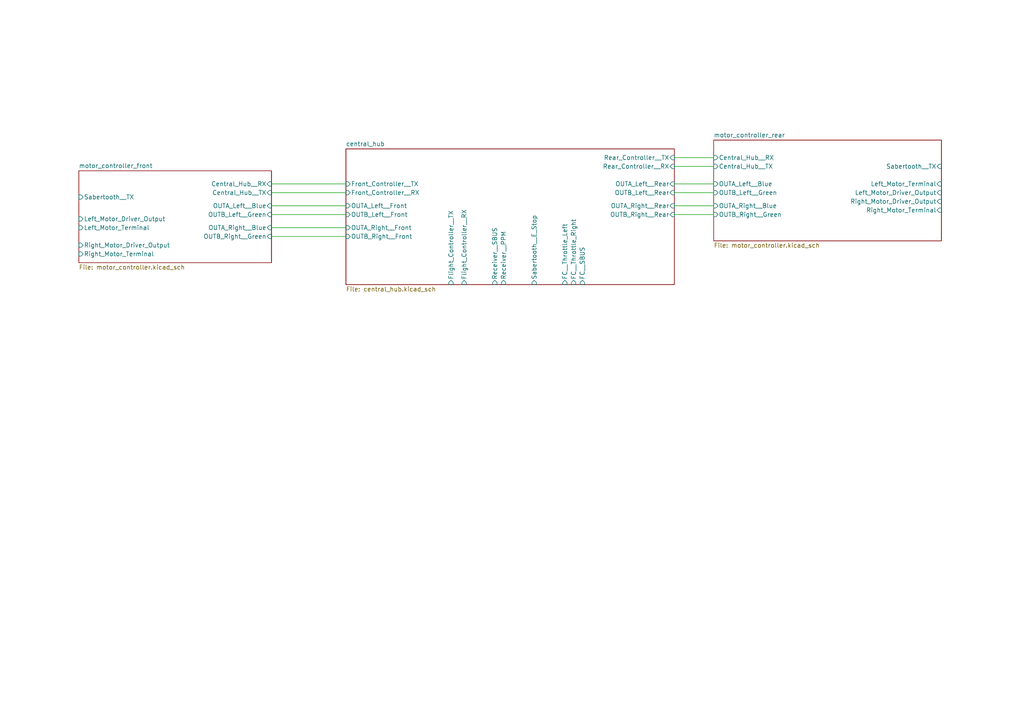
<source format=kicad_sch>
(kicad_sch (version 20230121) (generator eeschema)
  (paper "A4")
  (lib_symbols)
  (wire (pts (xy 78.74 55.88) (xy 100.33 55.88)))
  (wire (pts (xy 195.58 53.34) (xy 207.01 53.34)))
  (wire (pts (xy 78.74 59.69) (xy 100.33 59.69)))
  (wire (pts (xy 207.01 59.69) (xy 195.58 59.69)))
  (wire (pts (xy 78.74 68.58) (xy 100.33 68.58)))
  (wire (pts (xy 207.01 62.23) (xy 195.58 62.23)))
  (wire (pts (xy 78.74 62.23) (xy 100.33 62.23)))
  (wire (pts (xy 78.74 53.34) (xy 100.33 53.34)))
  (wire (pts (xy 195.58 48.26) (xy 207.01 48.26)))
  (wire (pts (xy 195.58 45.72) (xy 207.01 45.72)))
  (wire (pts (xy 195.58 55.88) (xy 207.01 55.88)))
  (wire (pts (xy 78.74 66.04) (xy 100.33 66.04)))
  (sheet (at 22.86 49.53) (size 55.88 26.67) (stroke (width 0.1524))
    (property "Sheetname" "motor_controller_front" (at 22.86 48.8184 0) (effects (justify left bottom)))
    (property "Sheetfile" "motor_controller.kicad_sch" (at 22.86 76.7846 0) (effects (justify left top)))
    (pin "Central_Hub__RX" input (at 78.74 53.34 0))
    (pin "Central_Hub__TX" input (at 78.74 55.88 0))
    (pin "OUTB_Right__Green" input (at 78.74 68.58 0))
    (pin "OUTA_Right__Blue" input (at 78.74 66.04 0))
    (pin "OUTB_Left__Green" input (at 78.74 62.23 0))
    (pin "Sabertooth__TX" input (at 22.86 57.15 180))
    (pin "Left_Motor_Terminal" input (at 22.86 66.04 180))
    (pin "Left_Motor_Driver_Output" input (at 22.86 63.5 180))
    (pin "Right_Motor_Driver_Output" input (at 22.86 71.12 180))
    (pin "Right_Motor_Terminal" input (at 22.86 73.66 180))
    (pin "OUTA_Left__Blue" input (at 78.74 59.69 0))
  )
  (sheet (at 207.01 40.64) (size 66.04 29.21) (stroke (width 0.1524))
    (property "Sheetname" "motor_controller_rear" (at 207.01 39.9284 0) (effects (justify left bottom)))
    (property "Sheetfile" "motor_controller.kicad_sch" (at 207.01 70.4346 0) (effects (justify left top)))
    (pin "Central_Hub__RX" input (at 207.01 45.72 180))
    (pin "Central_Hub__TX" input (at 207.01 48.26 180))
    (pin "OUTB_Right__Green" input (at 207.01 62.23 180))
    (pin "OUTA_Right__Blue" input (at 207.01 59.69 180))
    (pin "Sabertooth__TX" input (at 273.05 48.26 0))
    (pin "Left_Motor_Terminal" input (at 273.05 53.34 0))
    (pin "Left_Motor_Driver_Output" input (at 273.05 55.88 0))
    (pin "Right_Motor_Driver_Output" input (at 273.05 58.42 0))
    (pin "Right_Motor_Terminal" input (at 273.05 60.96 0))
    (pin "OUTA_Left__Blue" input (at 207.01 53.34 180))
    (pin "OUTB_Left__Green" input (at 207.01 55.88 180))
  )
  (sheet (at 100.33 43.18) (size 95.25 39.37) (stroke (width 0.1524))
    (property "Sheetname" "central_hub" (at 100.33 42.4684 0) (effects (justify left bottom)))
    (property "Sheetfile" "central_hub.kicad_sch" (at 100.33 83.1346 0) (effects (justify left top)))
    (pin "Front_Controller__TX" input (at 100.33 53.34 180))
    (pin "Front_Controller__RX" input (at 100.33 55.88 180))
    (pin "Sabertooth__E_Stop" input (at 154.94 82.55 270))
    (pin "OUTA_Right__Rear" input (at 195.58 59.69 0))
    (pin "OUTB_Right__Rear" input (at 195.58 62.23 0))
    (pin "Rear_Controller__RX" input (at 195.58 48.26 0))
    (pin "Rear_Controller__TX" input (at 195.58 45.72 0))
    (pin "OUTA_Left__Rear" input (at 195.58 53.34 0))
    (pin "FC__Throttle_Right" input (at 166.37 82.55 270))
    (pin "FC__Throttle_Left" input (at 163.83 82.55 270))
    (pin "OUTB_Left__Rear" input (at 195.58 55.88 0))
    (pin "FC__SBUS" input (at 168.91 82.55 270))
    (pin "Flight_Controller__TX" input (at 130.81 82.55 270))
    (pin "Flight_Controller__RX" input (at 134.62 82.55 270))
    (pin "Receiver__PPM" input (at 146.05 82.55 270))
    (pin "Receiver__SBUS" input (at 143.51 82.55 270))
    (pin "OUTB_Right__Front" input (at 100.33 68.58 180))
    (pin "OUTA_Right__Front" input (at 100.33 66.04 180))
    (pin "OUTA_Left__Front" input (at 100.33 59.69 180))
    (pin "OUTB_Left__Front" input (at 100.33 62.23 180))
  )
)
</source>
